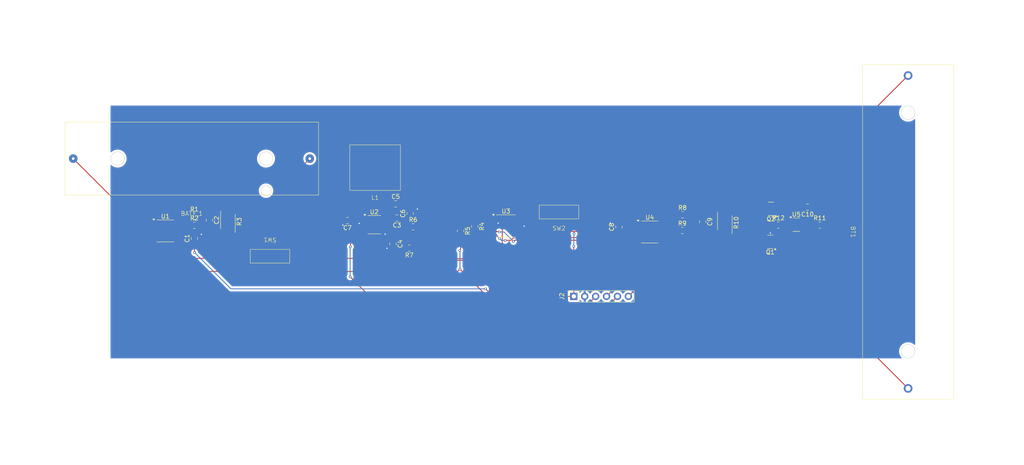
<source format=kicad_pcb>
(kicad_pcb (version 20241229) (generator "pcbnew") (generator_version "9.0")
  (layers (0 "F.Cu" signal) (2 "B.Cu" signal) (13 "F.Paste" user) (15 "B.Paste" user) (5 "F.SilkS" user "F.Silkscreen") (7 "B.SilkS" user "B.Silkscreen") (1 "F.Mask" user) (3 "B.Mask" user) (25 "Edge.Cuts" user))
  (net 0 "")
  (net 1 "+ALK")
  (net 2 "GND")
  (net 3 "LITH")
  (net 4 "Net-(BT1--)")
  (net 5 "V5+")
  (net 6 "Net-(C2-Pad1)")
  (net 7 "Net-(C2-Pad2)")
  (net 8 "Net-(SW1-B)")
  (net 9 "Net-(U2-AUX)")
  (net 10 "Net-(U2-LDO)")
  (net 11 "Net-(C9-Pad1)")
  (net 12 "Net-(C9-Pad2)")
  (net 13 "Net-(U5-VCC)")
  (net 14 "SDA")
  (net 15 "SHDN")
  (net 16 "SCL")
  (net 17 "Net-(U2-SWITCH)")
  (net 18 "Net-(Q1-D)")
  (net 19 "Net-(Q1-G)")
  (net 20 "Net-(Q2-G)")
  (net 21 "Net-(U1-IN+)")
  (net 22 "Net-(U1-IN-)")
  (net 23 "Net-(SW1-A)")
  (net 24 "Net-(U2-FB)")
  (net 25 "Net-(U4-IN+)")
  (net 26 "Net-(U4-IN-)")
  (net 27 "Net-(SW2-B)")
  (net 28 "Net-(U5-CS)")
  (net 29 "MPPC")
  (footprint "Capacitor_SMD:C_0805_2012Metric_Pad1.18x1.45mm_HandSolder" (layer "F.Cu") (at 618.8 392.6125 -90)
    (property "Reference" "C9" (at 0 -1.68 90) (layer "F.SilkS"))
    (property "Value" "0.1u")
    (pad "1" smd roundrect (at -1.0375 0 270) (size 1.175 1.45) (layers "F.Cu" "F.Mask" "F.Paste") (roundrect_rratio 0.212766) (net 11 "Net-(C9-Pad1)"))
    (pad "2" smd roundrect (at 1.0375 0 270) (size 1.175 1.45) (layers "F.Cu" "F.Mask" "F.Paste") (roundrect_rratio 0.212766) (net 12 "Net-(C9-Pad2)"))
  )
  (footprint "Joule Thief-Library:AA_Cell_Clip" (layer "F.Cu") (at 499.89 377.9)
    (property "Reference" "BATT_1" (at 0 12.8 0) (layer "F.SilkS") (effects (font (thickness 0.1))))
    (property "Value" "Alkaline AA")
    (fp_circle (center -17.27 0) (end -15.68 0) (stroke (width 0.1)) (fill no) (layer "Edge.Cuts"))
    (fp_circle (center 17.27 0) (end 18.86 0) (stroke (width 0.1)) (fill no) (layer "Edge.Cuts"))
    (fp_circle (center 17.27 7.47) (end 18.45 7.47) (stroke (width 0.1)) (fill no) (layer "Edge.Cuts"))
    (pad "1" thru_hole circle (at 27.46 0) (size 2 2) (drill 0.65) (layers "*.Cu" "*.Mask") (net 1 "+ALK"))
    (pad "2" thru_hole circle (at -27.6 0) (size 2 2) (drill 0.65) (layers "*.Cu" "*.Mask") (net 2 "GND"))
  )
  (footprint "Resistor_SMD:R_0805_2012Metric_Pad1.20x1.40mm_HandSolder" (layer "F.Cu") (at 562.45 394.75 -90)
    (property "Reference" "R5" (at 0 -1.65 90) (layer "F.SilkS"))
    (property "Value" "4.7k")
    (pad "1" smd roundrect (at -1 0 270) (size 1.2 1.4) (layers "F.Cu" "F.Mask" "F.Paste") (roundrect_rratio 0.208333) (net 5 "V5+"))
    (pad "2" smd roundrect (at 1 0 270) (size 1.2 1.4) (layers "F.Cu" "F.Mask" "F.Paste") (roundrect_rratio 0.208333) (net 14 "SDA"))
  )
  (footprint "Connector_PinSocket_2.54mm:PinSocket_1x06_P2.54mm_Vertical" (layer "F.Cu") (at 588.8 410 90)
    (property "Reference" "J2" (at 0 -2.77 90) (layer "F.SilkS"))
    (property "Value" "Conn_01x06_Socket")
    (pad "1" thru_hole rect (at 0 0 90) (size 1.7 1.7) (drill 1) (layers "*.Cu" "*.Mask") (net 5 "V5+"))
    (pad "2" thru_hole oval (at 0 2.54 90) (size 1.7 1.7) (drill 1) (layers "*.Cu" "*.Mask") (net 2 "GND"))
    (pad "3" thru_hole oval (at 0 5.08 90) (size 1.7 1.7) (drill 1) (layers "*.Cu" "*.Mask") (net 14 "SDA"))
    (pad "4" thru_hole oval (at 0 7.62 90) (size 1.7 1.7) (drill 1) (layers "*.Cu" "*.Mask") (net 16 "SCL"))
    (pad "5" thru_hole oval (at 0 10.16 90) (size 1.7 1.7) (drill 1) (layers "*.Cu" "*.Mask") (net 15 "SHDN"))
    (pad "6" thru_hole oval (at 0 12.7 90) (size 1.7 1.7) (drill 1) (layers "*.Cu" "*.Mask") (net 3 "LITH"))
  )
  (footprint "Resistor_SMD:R_0805_2012Metric_Pad1.20x1.40mm_HandSolder" (layer "F.Cu") (at 500.49 391.35)
    (property "Reference" "R1" (at 0 -1.65 0) (layer "F.SilkS"))
    (property "Value" "10")
    (pad "1" smd roundrect (at -1 0) (size 1.2 1.4) (layers "F.Cu" "F.Mask" "F.Paste") (roundrect_rratio 0.208333) (net 21 "Net-(U1-IN+)"))
    (pad "2" smd roundrect (at 1 0) (size 1.2 1.4) (layers "F.Cu" "F.Mask" "F.Paste") (roundrect_rratio 0.208333) (net 6 "Net-(C2-Pad1)"))
  )
  (footprint "Capacitor_SMD:C_0805_2012Metric_Pad1.18x1.45mm_HandSolder" (layer "F.Cu") (at 500.49 396.4875 90)
    (property "Reference" "C1" (at 0 -1.68 90) (layer "F.SilkS"))
    (property "Value" "0.1u")
    (pad "1" smd roundrect (at -1.0375 0 90) (size 1.175 1.45) (layers "F.Cu" "F.Mask" "F.Paste") (roundrect_rratio 0.212766) (net 5 "V5+"))
    (pad "2" smd roundrect (at 1.0375 0 90) (size 1.175 1.45) (layers "F.Cu" "F.Mask" "F.Paste") (roundrect_rratio 0.212766) (net 2 "GND"))
  )
  (footprint "Resistor_SMD:R_0805_2012Metric_Pad1.20x1.40mm_HandSolder" (layer "F.Cu") (at 636.4 393.4)
    (property "Reference" "R12" (at 0 -1.65 0) (layer "F.SilkS"))
    (property "Value" "1k")
    (pad "1" smd roundrect (at -1 0) (size 1.2 1.4) (layers "F.Cu" "F.Mask" "F.Paste") (roundrect_rratio 0.208333) (net 2 "GND"))
    (pad "2" smd roundrect (at 1 0) (size 1.2 1.4) (layers "F.Cu" "F.Mask" "F.Paste") (roundrect_rratio 0.208333) (net 28 "Net-(U5-CS)"))
  )
  (footprint "Resistor_SMD:R_Shunt_Vishay_WSK2512_6332Metric_T1.19mm" (layer "F.Cu") (at 623.95 392.85 -90)
    (property "Reference" "R10" (at 0 -2.65 90) (layer "F.SilkS"))
    (property "Value" "0.1R")
    (pad "1" smd roundrect (at -2.985 -0.635 270) (size 2.29 2.03) (layers "F.Cu" "F.Mask" "F.Paste") (roundrect_rratio 0.12) (net 27 "Net-(SW2-B)"))
    (pad "2" smd roundrect (at -3.43 1.27 270) (size 1.4 0.76) (layers "F.Cu" "F.Mask" "F.Paste") (roundrect_rratio 0.12) (net 11 "Net-(C9-Pad1)"))
    (pad "3" smd roundrect (at 3.43 -1.27 270) (size 1.4 0.76) (layers "F.Cu" "F.Mask" "F.Paste") (net 12 "Net-(C9-Pad2)"))
    (pad "4" smd roundrect (at 2.985 0.635 270) (size 2.29 2.03) (layers "F.Cu" "F.Mask" "F.Paste") (roundrect_rratio 0.12) (net 3 "LITH"))
  )
  (footprint "Package_TO_SOT_SMD:SOT-23" (layer "F.Cu") (at 634.5125 397.3 180)
    (property "Reference" "Q1" (at 0 -2.4 0) (layer "F.SilkS"))
    (property "Value" "AO3400A")
    (pad "1" smd roundrect (at -0.9375 -0.95 180) (size 1.475 0.6) (layers "F.Cu" "F.Mask" "F.Paste") (net 19 "Net-(Q1-G)"))
    (pad "2" smd roundrect (at -0.9375 0.95 180) (size 1.475 0.6) (layers "F.Cu" "F.Mask" "F.Paste") (net 2 "GND"))
    (pad "3" smd roundrect (at 0.9375 0 180) (size 1.475 0.6) (layers "F.Cu" "F.Mask" "F.Paste") (net 18 "Net-(Q1-D)"))
  )
  (footprint "Capacitor_SMD:C_0805_2012Metric_Pad1.18x1.45mm_HandSolder" (layer "F.Cu") (at 547.6375 391.75 180)
    (property "Reference" "C3" (at 0 -1.68 0) (layer "F.SilkS"))
    (property "Value" "100u")
    (pad "1" smd roundrect (at -1.0375 0 180) (size 1.175 1.45) (layers "F.Cu" "F.Mask" "F.Paste") (roundrect_rratio 0.212766) (net 2 "GND"))
    (pad "2" smd roundrect (at 1.0375 0 180) (size 1.175 1.45) (layers "F.Cu" "F.Mask" "F.Paste") (roundrect_rratio 0.212766) (net 5 "V5+"))
  )
  (footprint "Package_SO:MSOP-12_3x4.039mm_P0.65mm" (layer "F.Cu") (at 542.35 393.3)
    (property "Reference" "U2" (at 0 -2.97 0) (layer "F.SilkS"))
    (property "Value" "LTC3105xMS")
    (pad "1" smd roundrect (at -2.15 -1.625) (size 1.45 0.4) (layers "F.Cu" "F.Mask" "F.Paste") (net 24 "Net-(U2-FB)"))
    (pad "2" smd roundrect (at -2.15 -0.975) (size 1.45 0.4) (layers "F.Cu" "F.Mask" "F.Paste") (net 10 "Net-(U2-LDO)"))
    (pad "3" smd roundrect (at -2.15 -0.325) (size 1.45 0.4) (layers "F.Cu" "F.Mask" "F.Paste") (net 2 "GND"))
    (pad "4" smd roundrect (at -2.15 0.325) (size 1.45 0.4) (layers "F.Cu" "F.Mask" "F.Paste") (net 15 "SHDN"))
    (pad "5" smd roundrect (at -2.15 0.975) (size 1.45 0.4) (layers "F.Cu" "F.Mask" "F.Paste") (net 29 "MPPC"))
    (pad "6" smd roundrect (at -2.15 1.625) (size 1.45 0.4) (layers "F.Cu" "F.Mask" "F.Paste") (net 2 "GND"))
    (pad "7" smd roundrect (at 2.15 1.625) (size 1.45 0.4) (layers "F.Cu" "F.Mask" "F.Paste") (net 2 "GND"))
    (pad "8" smd roundrect (at 2.15 0.975) (size 1.45 0.4) (layers "F.Cu" "F.Mask" "F.Paste") (net 8 "Net-(SW1-B)"))
    (pad "9" smd roundrect (at 2.15 0.325) (size 1.45 0.4) (layers "F.Cu" "F.Mask" "F.Paste") (net 17 "Net-(U2-SWITCH)"))
    (pad "10" smd roundrect (at 2.15 -0.325) (size 1.45 0.4) (layers "F.Cu" "F.Mask" "F.Paste"))
    (pad "11" smd roundrect (at 2.15 -0.975) (size 1.45 0.4) (layers "F.Cu" "F.Mask" "F.Paste") (net 5 "V5+"))
    (pad "12" smd roundrect (at 2.15 -1.625) (size 1.45 0.4) (layers "F.Cu" "F.Mask" "F.Paste") (net 9 "Net-(U2-AUX)"))
  )
  (footprint "Capacitor_SMD:C_0805_2012Metric_Pad1.18x1.45mm_HandSolder" (layer "F.Cu") (at 643.1875 389.2 180)
    (property "Reference" "C10" (at 0 -1.68 0) (layer "F.SilkS"))
    (property "Value" "0.1u")
    (pad "1" smd roundrect (at -1.0375 0 180) (size 1.175 1.45) (layers "F.Cu" "F.Mask" "F.Paste") (roundrect_rratio 0.212766) (net 13 "Net-(U5-VCC)"))
    (pad "2" smd roundrect (at 1.0375 0 180) (size 1.175 1.45) (layers "F.Cu" "F.Mask" "F.Paste") (roundrect_rratio 0.212766) (net 4 "Net-(BT1--)"))
  )
  (footprint "Joule Thief-Library:SMD_DPST_Switch" (layer "F.Cu") (at 585.35 390.35)
    (property "Reference" "SW2" (at 0 3.8 0) (layer "F.SilkS") (effects (font (thickness 0.1))))
    (property "Value" "SW_SPST")
    (pad "1" smd roundrect (at -2 2 90) (size 1.5 0.6) (layers "F.Cu" "F.Mask" "F.Paste") (roundrect_rratio 0.15) (net 5 "V5+"))
    (pad "2" smd roundrect (at 0 2 90) (size 1.5 0.6) (layers "F.Cu" "F.Mask" "F.Paste") (roundrect_rratio 0.15) (net 27 "Net-(SW2-B)"))
    (pad "3" smd roundrect (at 2 2 90) (size 1.5 0.6) (layers "F.Cu" "F.Mask" "F.Paste") (roundrect_rratio 0.15))
    (pad "4" smd roundrect (at -2 -2 90) (size 1.5 0.6) (layers "F.Cu" "F.Mask" "F.Paste") (roundrect_rratio 0.15))
    (pad "5" smd roundrect (at 0 -2 90) (size 1.5 0.6) (layers "F.Cu" "F.Mask" "F.Paste") (roundrect_rratio 0.15))
    (pad "6" smd roundrect (at 2 -2 90) (size 1.5 0.6) (layers "F.Cu" "F.Mask" "F.Paste") (roundrect_rratio 0.15))
  )
  (footprint "Package_SO:TSSOP-14_4.4x5mm_P0.65mm" (layer "F.Cu") (at 573.005 393.61)
    (property "Reference" "U3" (at 0 -3.45 0) (layer "F.SilkS"))
    (property "Value" "AD5280")
    (pad "1" smd roundrect (at -2.8625 -1.95) (size 1.475 0.4) (layers "F.Cu" "F.Mask" "F.Paste") (net 29 "MPPC"))
    (pad "2" smd roundrect (at -2.8625 -1.3) (size 1.475 0.4) (layers "F.Cu" "F.Mask" "F.Paste") (net 29 "MPPC"))
    (pad "3" smd roundrect (at -2.8625 -0.65) (size 1.475 0.4) (layers "F.Cu" "F.Mask" "F.Paste") (net 2 "GND"))
    (pad "4" smd roundrect (at -2.8625 0) (size 1.475 0.4) (layers "F.Cu" "F.Mask" "F.Paste") (net 5 "V5+"))
    (pad "5" smd roundrect (at -2.8625 0.65) (size 1.475 0.4) (layers "F.Cu" "F.Mask" "F.Paste"))
    (pad "6" smd roundrect (at -2.8625 1.3) (size 1.475 0.4) (layers "F.Cu" "F.Mask" "F.Paste") (net 16 "SCL"))
    (pad "7" smd roundrect (at -2.8625 1.95) (size 1.475 0.4) (layers "F.Cu" "F.Mask" "F.Paste") (net 14 "SDA"))
    (pad "8" smd roundrect (at 2.8625 1.95) (size 1.475 0.4) (layers "F.Cu" "F.Mask" "F.Paste") (net 2 "GND"))
    (pad "9" smd roundrect (at 2.8625 1.3) (size 1.475 0.4) (layers "F.Cu" "F.Mask" "F.Paste") (net 2 "GND"))
    (pad "10" smd roundrect (at 2.8625 0.65) (size 1.475 0.4) (layers "F.Cu" "F.Mask" "F.Paste") (net 2 "GND"))
    (pad "11" smd roundrect (at 2.8625 0) (size 1.475 0.4) (layers "F.Cu" "F.Mask" "F.Paste") (net 2 "GND"))
    (pad "12" smd roundrect (at 2.8625 -0.65) (size 1.475 0.4) (layers "F.Cu" "F.Mask" "F.Paste"))
    (pad "13" smd roundrect (at 2.8625 -1.3) (size 1.475 0.4) (layers "F.Cu" "F.Mask" "F.Paste") (net 5 "V5+"))
    (pad "14" smd roundrect (at 2.8625 -1.95) (size 1.475 0.4) (layers "F.Cu" "F.Mask" "F.Paste"))
  )
  (footprint "Package_TO_SOT_SMD:SOT-23" (layer "F.Cu") (at 634.6875 389.6 180)
    (property "Reference" "Q2" (at 0 -2.4 0) (layer "F.SilkS"))
    (property "Value" "AO3400A")
    (pad "1" smd roundrect (at -0.9375 -0.95 180) (size 1.475 0.6) (layers "F.Cu" "F.Mask" "F.Paste") (net 20 "Net-(Q2-G)"))
    (pad "2" smd roundrect (at -0.9375 0.95 180) (size 1.475 0.6) (layers "F.Cu" "F.Mask" "F.Paste") (net 4 "Net-(BT1--)"))
    (pad "3" smd roundrect (at 0.9375 0 180) (size 1.475 0.6) (layers "F.Cu" "F.Mask" "F.Paste") (net 18 "Net-(Q1-D)"))
  )
  (footprint "Capacitor_SMD:C_0805_2012Metric_Pad1.18x1.45mm_HandSolder" (layer "F.Cu") (at 536.1125 392.35 180)
    (property "Reference" "C7" (at 0 -1.68 0) (layer "F.SilkS"))
    (property "Value" "4.7u")
    (pad "1" smd roundrect (at -1.0375 0 180) (size 1.175 1.45) (layers "F.Cu" "F.Mask" "F.Paste") (roundrect_rratio 0.212766) (net 10 "Net-(U2-LDO)"))
    (pad "2" smd roundrect (at 1.0375 0 180) (size 1.175 1.45) (layers "F.Cu" "F.Mask" "F.Paste") (roundrect_rratio 0.212766) (net 2 "GND"))
  )
  (footprint "Resistor_SMD:R_0805_2012Metric_Pad1.20x1.40mm_HandSolder" (layer "F.Cu") (at 614.1 391)
    (property "Reference" "R8" (at 0 -1.65 0) (layer "F.SilkS"))
    (property "Value" "10")
    (pad "1" smd roundrect (at -1 0) (size 1.2 1.4) (layers "F.Cu" "F.Mask" "F.Paste") (roundrect_rratio 0.208333) (net 25 "Net-(U4-IN+)"))
    (pad "2" smd roundrect (at 1 0) (size 1.2 1.4) (layers "F.Cu" "F.Mask" "F.Paste") (roundrect_rratio 0.208333) (net 11 "Net-(C9-Pad1)"))
  )
  (footprint "Capacitor_SMD:C_0805_2012Metric_Pad1.18x1.45mm_HandSolder" (layer "F.Cu") (at 547.3375 388.45)
    (property "Reference" "C5" (at 0 -1.68 0) (layer "F.SilkS"))
    (property "Value" "1u")
    (pad "1" smd roundrect (at -1.0375 0) (size 1.175 1.45) (layers "F.Cu" "F.Mask" "F.Paste") (roundrect_rratio 0.212766) (net 9 "Net-(U2-AUX)"))
    (pad "2" smd roundrect (at 1.0375 0) (size 1.175 1.45) (layers "F.Cu" "F.Mask" "F.Paste") (roundrect_rratio 0.212766) (net 2 "GND"))
  )
  (footprint "Package_SO:SOIC-8_3.9x4.9mm_P1.27mm" (layer "F.Cu") (at 606.4725 395.005)
    (property "Reference" "U4" (at 0 -3.4 0) (layer "F.SilkS"))
    (property "Value" "INA219AxD")
    (pad "1" smd roundrect (at -2.475 -1.905) (size 1.95 0.6) (layers "F.Cu" "F.Mask" "F.Paste") (net 2 "GND"))
    (pad "2" smd roundrect (at -2.475 -0.635) (size 1.95 0.6) (layers "F.Cu" "F.Mask" "F.Paste") (net 5 "V5+"))
    (pad "3" smd roundrect (at -2.475 0.635) (size 1.95 0.6) (layers "F.Cu" "F.Mask" "F.Paste") (net 14 "SDA"))
    (pad "4" smd roundrect (at -2.475 1.905) (size 1.95 0.6) (layers "F.Cu" "F.Mask" "F.Paste") (net 16 "SCL"))
    (pad "5" smd roundrect (at 2.475 1.905) (size 1.95 0.6) (layers "F.Cu" "F.Mask" "F.Paste") (net 5 "V5+"))
    (pad "6" smd roundrect (at 2.475 0.635) (size 1.95 0.6) (layers "F.Cu" "F.Mask" "F.Paste") (net 2 "GND"))
    (pad "7" smd roundrect (at 2.475 -0.635) (size 1.95 0.6) (layers "F.Cu" "F.Mask" "F.Paste") (net 26 "Net-(U4-IN-)"))
    (pad "8" smd roundrect (at 2.475 -1.905) (size 1.95 0.6) (layers "F.Cu" "F.Mask" "F.Paste") (net 25 "Net-(U4-IN+)"))
  )
  (footprint "Resistor_SMD:R_0805_2012Metric_Pad1.20x1.40mm_HandSolder" (layer "F.Cu") (at 646.05 393.4)
    (property "Reference" "R11" (at 0 -1.65 0) (layer "F.SilkS"))
    (property "Value" "100")
    (pad "1" smd roundrect (at -1 0) (size 1.2 1.4) (layers "F.Cu" "F.Mask" "F.Paste") (roundrect_rratio 0.208333) (net 13 "Net-(U5-VCC)"))
    (pad "2" smd roundrect (at 1 0) (size 1.2 1.4) (layers "F.Cu" "F.Mask" "F.Paste") (roundrect_rratio 0.208333) (net 3 "LITH"))
  )
  (footprint "Joule Thief-Library:SMD_DPST_Switch" (layer "F.Cu") (at 518.09 400.65 180)
    (property "Reference" "SW1" (at 0 3.8 180) (layer "F.SilkS") (effects (font (thickness 0.1))))
    (property "Value" "SW_SPST")
    (pad "1" smd roundrect (at -2 2 270) (size 1.5 0.6) (layers "F.Cu" "F.Mask" "F.Paste") (roundrect_rratio 0.15) (net 23 "Net-(SW1-A)"))
    (pad "2" smd roundrect (at 0 2 270) (size 1.5 0.6) (layers "F.Cu" "F.Mask" "F.Paste") (roundrect_rratio 0.15) (net 8 "Net-(SW1-B)"))
    (pad "3" smd roundrect (at 2 2 270) (size 1.5 0.6) (layers "F.Cu" "F.Mask" "F.Paste") (roundrect_rratio 0.15))
    (pad "4" smd roundrect (at -2 -2 270) (size 1.5 0.6) (layers "F.Cu" "F.Mask" "F.Paste") (roundrect_rratio 0.15))
    (pad "5" smd roundrect (at 0 -2 270) (size 1.5 0.6) (layers "F.Cu" "F.Mask" "F.Paste") (roundrect_rratio 0.15))
    (pad "6" smd roundrect (at 2 -2 270) (size 1.5 0.6) (layers "F.Cu" "F.Mask" "F.Paste") (roundrect_rratio 0.15))
  )
  (footprint "Joule Thief-Library:Power_Inductor_101040" (layer "F.Cu") (at 542.55 380)
    (property "Reference" "L1" (at 0 7 0) (layer "F.SilkS") (effects (font (thickness 0.1))))
    (property "Value" "10u")
    (pad "1" smd roundrect (at -4.75 0 90) (size 3.5 4) (layers "F.Cu" "F.Mask" "F.Paste") (roundrect_rratio 0.15) (net 8 "Net-(SW1-B)"))
    (pad "2" smd roundrect (at 4.75 0 90) (size 3.5 4) (layers "F.Cu" "F.Mask" "F.Paste") (roundrect_rratio 0.15) (net 17 "Net-(U2-SWITCH)"))
  )
  (footprint "Resistor_SMD:R_0805_2012Metric_Pad1.20x1.40mm_HandSolder" (layer "F.Cu") (at 565.75 393.7 -90)
    (property "Reference" "R4" (at 0 -1.65 90) (layer "F.SilkS"))
    (property "Value" "4.7k")
    (pad "1" smd roundrect (at -1 0 270) (size 1.2 1.4) (layers "F.Cu" "F.Mask" "F.Paste") (roundrect_rratio 0.208333) (net 5 "V5+"))
    (pad "2" smd roundrect (at 1 0 270) (size 1.2 1.4) (layers "F.Cu" "F.Mask" "F.Paste") (roundrect_rratio 0.208333) (net 16 "SCL"))
  )
  (footprint "Resistor_SMD:R_0805_2012Metric_Pad1.20x1.40mm_HandSolder" (layer "F.Cu") (at 614.05 394.65)
    (property "Reference" "R9" (at 0 -1.65 0) (layer "F.SilkS"))
    (property "Value" "10")
    (pad "1" smd roundrect (at -1 0) (size 1.2 1.4) (layers "F.Cu" "F.Mask" "F.Paste") (roundrect_rratio 0.208333) (net 26 "Net-(U4-IN-)"))
    (pad "2" smd roundrect (at 1 0) (size 1.2 1.4) (layers "F.Cu" "F.Mask" "F.Paste") (roundrect_rratio 0.208333) (net 12 "Net-(C9-Pad2)"))
  )
  (footprint "Capacitor_SMD:C_0805_2012Metric_Pad1.18x1.45mm_HandSolder" (layer "F.Cu") (at 503.99 392.2625 -90)
    (property "Reference" "C2" (at 0 -1.68 90) (layer "F.SilkS"))
    (property "Value" "0.1u")
    (pad "1" smd roundrect (at -1.0375 0 270) (size 1.175 1.45) (layers "F.Cu" "F.Mask" "F.Paste") (roundrect_rratio 0.212766) (net 6 "Net-(C2-Pad1)"))
    (pad "2" smd roundrect (at 1.0375 0 270) (size 1.175 1.45) (layers "F.Cu" "F.Mask" "F.Paste") (roundrect_rratio 0.212766) (net 7 "Net-(C2-Pad2)"))
  )
  (footprint "Package_TO_SOT_SMD:SOT-23-6" (layer "F.Cu") (at 640.6 393.3)
    (property "Reference" "U5" (at 0 -2.4 0) (layer "F.SilkS"))
    (property "Value" "DW01A")
    (pad "1" smd roundrect (at -1.1375 -0.95) (size 1.325 0.6) (layers "F.Cu" "F.Mask" "F.Paste") (net 20 "Net-(Q2-G)"))
    (pad "2" smd roundrect (at -1.1375 0) (size 1.325 0.6) (layers "F.Cu" "F.Mask" "F.Paste") (net 28 "Net-(U5-CS)"))
    (pad "3" smd roundrect (at -1.1375 0.95) (size 1.325 0.6) (layers "F.Cu" "F.Mask" "F.Paste") (net 19 "Net-(Q1-G)"))
    (pad "4" smd roundrect (at 1.1375 0.95) (size 1.325 0.6) (layers "F.Cu" "F.Mask" "F.Paste"))
    (pad "5" smd roundrect (at 1.1375 0) (size 1.325 0.6) (layers "F.Cu" "F.Mask" "F.Paste") (net 13 "Net-(U5-VCC)"))
    (pad "6" smd roundrect (at 1.1375 -0.95) (size 1.325 0.6) (layers "F.Cu" "F.Mask" "F.Paste") (net 4 "Net-(BT1--)"))
  )
  (footprint "Capacitor_SMD:C_0805_2012Metric_Pad1.18x1.45mm_HandSolder" (layer "F.Cu") (at 599.3 393.8375 90)
    (property "Reference" "C8" (at 0 -1.68 90) (layer "F.SilkS"))
    (property "Value" "0.1u")
    (pad "1" smd roundrect (at -1.0375 0 90) (size 1.175 1.45) (layers "F.Cu" "F.Mask" "F.Paste") (roundrect_rratio 0.212766) (net 5 "V5+"))
    (pad "2" smd roundrect (at 1.0375 0 90) (size 1.175 1.45) (layers "F.Cu" "F.Mask" "F.Paste") (roundrect_rratio 0.212766) (net 2 "GND"))
  )
  (footprint "Capacitor_SMD:C_0805_2012Metric_Pad1.18x1.45mm_HandSolder" (layer "F.Cu") (at 550.7 390.7 90)
    (property "Reference" "C6" (at 0 -1.68 90) (layer "F.SilkS"))
    (property "Value" "0.1u")
    (pad "1" smd roundrect (at -1.0375 0 90) (size 1.175 1.45) (layers "F.Cu" "F.Mask" "F.Paste") (roundrect_rratio 0.212766) (net 5 "V5+"))
    (pad "2" smd roundrect (at 1.0375 0 90) (size 1.175 1.45) (layers "F.Cu" "F.Mask" "F.Paste") (roundrect_rratio 0.212766) (net 2 "GND"))
  )
  (footprint "Package_SO:SOIC-8_3.9x4.9mm_P1.27mm" (layer "F.Cu") (at 493.74 394.75)
    (property "Reference" "U1" (at 0 -3.4 0) (layer "F.SilkS"))
    (property "Value" "INA219AxD")
    (pad "1" smd roundrect (at -2.475 -1.905) (size 1.95 0.6) (layers "F.Cu" "F.Mask" "F.Paste") (net 2 "GND"))
    (pad "2" smd roundrect (at -2.475 -0.635) (size 1.95 0.6) (layers "F.Cu" "F.Mask" "F.Paste") (net 2 "GND"))
    (pad "3" smd roundrect (at -2.475 0.635) (size 1.95 0.6) (layers "F.Cu" "F.Mask" "F.Paste") (net 14 "SDA"))
    (pad "4" smd roundrect (at -2.475 1.905) (size 1.95 0.6) (layers "F.Cu" "F.Mask" "F.Paste") (net 16 "SCL"))
    (pad "5" smd roundrect (at 2.475 1.905) (size 1.95 0.6) (layers "F.Cu" "F.Mask" "F.Paste") (net 5 "V5+"))
    (pad "6" smd roundrect (at 2.475 0.635) (size 1.95 0.6) (layers "F.Cu" "F.Mask" "F.Paste") (net 2 "GND"))
    (pad "7" smd roundrect (at 2.475 -0.635) (size 1.95 0.6) (layers "F.Cu" "F.Mask" "F.Paste") (net 22 "Net-(U1-IN-)"))
    (pad "8" smd roundrect (at 2.475 -1.905) (size 1.95 0.6) (layers "F.Cu" "F.Mask" "F.Paste") (net 21 "Net-(U1-IN+)"))
  )
  (footprint "Resistor_SMD:R_Shunt_Vishay_WSK2512_6332Metric_T1.19mm" (layer "F.Cu") (at 508.29 392.6 -90)
    (property "Reference" "R3" (at 0 -2.65 90) (layer "F.SilkS"))
    (property "Value" "0.1R")
    (pad "1" smd roundrect (at -2.985 -0.635 270) (size 2.29 2.03) (layers "F.Cu" "F.Mask" "F.Paste") (roundrect_rratio 0.12) (net 1 "+ALK"))
    (pad "2" smd roundrect (at -3.43 1.27 270) (size 1.4 0.76) (layers "F.Cu" "F.Mask" "F.Paste") (roundrect_rratio 0.12) (net 6 "Net-(C2-Pad1)"))
    (pad "3" smd roundrect (at 3.43 -1.27 270) (size 1.4 0.76) (layers "F.Cu" "F.Mask" "F.Paste") (net 7 "Net-(C2-Pad2)"))
    (pad "4" smd roundrect (at 2.985 0.635 270) (size 2.29 2.03) (layers "F.Cu" "F.Mask" "F.Paste") (roundrect_rratio 0.12) (net 23 "Net-(SW1-A)"))
  )
  (footprint "Capacitor_SMD:C_0805_2012Metric_Pad1.18x1.45mm_HandSolder" (layer "F.Cu") (at 546.7 397.7625 -90)
    (property "Reference" "C4" (at 0 -1.68 90) (layer "F.SilkS"))
    (property "Value" "10u")
    (pad "1" smd roundrect (at -1.0375 0 270) (size 1.175 1.45) (layers "F.Cu" "F.Mask" "F.Paste") (roundrect_rratio 0.212766) (net 8 "Net-(SW1-B)"))
    (pad "2" smd roundrect (at 1.0375 0 270) (size 1.175 1.45) (layers "F.Cu" "F.Mask" "F.Paste") (roundrect_rratio 0.212766) (net 2 "GND"))
  )
  (footprint "Resistor_SMD:R_0805_2012Metric_Pad1.20x1.40mm_HandSolder" (layer "F.Cu") (at 550.5 398.75 180)
    (property "Reference" "R7" (at 0 -1.65 0) (layer "F.SilkS"))
    (property "Value" "220k")
    (pad "1" smd roundrect (at -1 0 180) (size 1.2 1.4) (layers "F.Cu" "F.Mask" "F.Paste") (roundrect_rratio 0.208333) (net 24 "Net-(U2-FB)"))
    (pad "2" smd roundrect (at 1 0 180) (size 1.2 1.4) (layers "F.Cu" "F.Mask" "F.Paste") (roundrect_rratio 0.208333) (net 2 "GND"))
  )
  (footprint "Joule Thief-Library:18650_Cell_Clip" (layer "F.Cu") (at 666.6 395 -90)
    (property "Reference" "BT1" (at 0 12.8 270) (layer "F.SilkS") (effects (font (thickness 0.1))))
    (property "Value" "Battery_Cell")
    (fp_circle (center -27.8 0) (end -26.2 0) (stroke (width 0.1)) (fill no) (layer "Edge.Cuts"))
    (fp_circle (center 27.8 0) (end 29.4 0) (stroke (width 0.1)) (fill no) (layer "Edge.Cuts"))
    (pad "1" thru_hole circle (at 36.45 0 270) (size 2 2) (drill 1.2) (layers "*.Cu" "*.Mask") (net 3 "LITH"))
    (pad "2" thru_hole circle (at -36.45 0 270) (size 2 2) (drill 1.2) (layers "*.Cu" "*.Mask") (net 4 "Net-(BT1--)"))
  )
  (footprint "Resistor_SMD:R_0805_2012Metric_Pad1.20x1.40mm_HandSolder" (layer "F.Cu") (at 500.49 393.45)
    (property "Reference" "R2" (at 0 -1.65 0) (layer "F.SilkS"))
    (property "Value" "10")
    (pad "1" smd roundrect (at -1 0) (size 1.2 1.4) (layers "F.Cu" "F.Mask" "F.Paste") (roundrect_rratio 0.208333) (net 22 "Net-(U1-IN-)"))
    (pad "2" smd roundrect (at 1 0) (size 1.2 1.4) (layers "F.Cu" "F.Mask" "F.Paste") (roundrect_rratio 0.208333) (net 7 "Net-(C2-Pad2)"))
  )
  (footprint "Resistor_SMD:R_0805_2012Metric_Pad1.20x1.40mm_HandSolder" (layer "F.Cu") (at 551.4 393.8)
    (property "Reference" "R6" (at 0 -1.65 0) (layer "F.SilkS"))
    (property "Value" "910k")
    (pad "1" smd roundrect (at -1 0) (size 1.2 1.4) (layers "F.Cu" "F.Mask" "F.Paste") (roundrect_rratio 0.208333) (net 5 "V5+"))
    (pad "2" smd roundrect (at 1 0) (size 1.2 1.4) (layers "F.Cu" "F.Mask" "F.Paste") (roundrect_rratio 0.208333) (net 24 "Net-(U2-FB)"))
  )
  (segment (start 515.635 389.615) (end 508.925 389.615) (width 0.2) (layer "F.Cu") (net 1))
  (segment (start 527.35 377.9) (end 515.635 389.615) (width 0.2) (layer "F.Cu") (net 1))
  (segment (start 550.7 389.6625) (end 552.3875 389.6625) (width 0.2) (layer "F.Cu") (net 2))
  (segment (start 491.265 392.845) (end 487.235 392.845) (width 0.2) (layer "F.Cu") (net 2))
  (segment (start 570.1425 392.96) (end 571.19 392.96) (width 0.2) (layer "F.Cu") (net 2))
  (segment (start 599.3 392.8) (end 603.697501 392.800001) (width 0.2) (layer "F.Cu") (net 2))
  (segment (start 571.19 392.96) (end 571.2 392.95) (width 0.2) (layer "F.Cu") (net 2))
  (segment (start 548.675 391.6875) (end 550.7 389.6625) (width 0.2) (layer "F.Cu") (net 2))
  (segment (start 606.060532 393.1) (end 608.600532 395.64) (width 0.2) (layer "F.Cu") (net 2))
  (segment (start 575.8675 394.91) (end 575.8675 395.56) (width 0.2) (layer "F.Cu") (net 2))
  (segment (start 500.49 395.45) (end 502 395.45) (width 0.2) (layer "F.Cu") (net 2))
  (segment (start 549.4875 388.45) (end 550.7 389.6625) (width 0.2) (layer "F.Cu") (net 2))
  (segment (start 546.7 398.8) (end 549.45 398.8) (width 0.2) (layer "F.Cu") (net 2))
  (segment (start 491.265 394.115) (end 492.239999 394.115) (width 0.2) (layer "F.Cu") (net 2))
  (segment (start 502 395.45) (end 502.1 395.55) (width 0.2) (layer "F.Cu") (net 2))
  (segment (start 575.8675 394.26) (end 575.8675 394.91) (width 0.2) (layer "F.Cu") (net 2))
  (segment (start 535.075 393.375) (end 535.05 393.4) (width 0.2) (layer "F.Cu") (net 2))
  (segment (start 493.509999 395.385) (end 496.215 395.385) (width 0.2) (layer "F.Cu") (net 2))
  (segment (start 608.600532 395.64) (end 608.9475 395.64) (width 0.2) (layer "F.Cu") (net 2))
  (segment (start 552.3875 389.6625) (end 552.4 389.65) (width 0.2) (layer "F.Cu") (net 2))
  (segment (start 549.45 398.8) (end 549.5 398.75) (width 0.2) (layer "F.Cu") (net 2))
  (segment (start 538.875 392.975) (end 538.85 393) (width 0.2) (layer "F.Cu") (net 2))
  (segment (start 575.8675 393.61) (end 575.8675 394.26) (width 0.2) (layer "F.Cu") (net 2))
  (segment (start 544.5 394.925) (end 544.5 395.1) (width 0.2) (layer "F.Cu") (net 2))
  (segment (start 599.2 392.9) (end 597.3 392.9) (width 0.2) (layer "F.Cu") (net 2))
  (segment (start 496.215 395.385) (end 500.425 395.385) (width 0.2) (layer "F.Cu") (net 2))
  (segment (start 577.21 393.61) (end 577.25 393.65) (width 0.2) (layer "F.Cu") (net 2))
  (segment (start 491.265 392.845) (end 491.265 394.115) (width 0.2) (layer "F.Cu") (net 2))
  (segment (start 603.9975 393.1) (end 606.060532 393.1) (width 0.2) (layer "F.Cu") (net 2))
  (segment (start 635.45 396.35) (end 635.45 393.45) (width 0.2) (layer "F.Cu") (net 2))
  (segment (start 635.45 393.45) (end 635.4 393.4) (width 0.2) (layer "F.Cu") (net 2))
  (segment (start 492.239999 394.115) (end 493.509999 395.385) (width 0.2) (layer "F.Cu") (net 2))
  (segment (start 535.075 392.35) (end 535.075 393.375) (width 0.2) (layer "F.Cu") (net 2))
  (segment (start 603.697501 392.800001) (end 603.9975 393.1) (width 0.2) (layer "F.Cu") (net 2))
  (segment (start 542.125 394.925) (end 540.2 394.925) (width 0.2) (layer "F.Cu") (net 2))
  (segment (start 599.3 392.8) (end 599.2 392.9) (width 0.2) (layer "F.Cu") (net 2))
  (segment (start 546.7 398.8) (end 545.3 398.8) (width 0.2) (layer "F.Cu") (net 2))
  (segment (start 546.7 398.8) (end 546 398.8) (width 0.2) (layer "F.Cu") (net 2))
  (segment (start 635.45 396.35) (end 635.45 396.15) (width 0.2) (layer "F.Cu") (net 2))
  (segment (start 548.675 391.75) (end 548.675 391.6875) (width 0.2) (layer "F.Cu") (net 2))
  (segment (start 546 398.8) (end 542.125 394.925) (width 0.2) (layer "F.Cu") (net 2))
  (segment (start 548.375 388.45) (end 549.4875 388.45) (width 0.2) (layer "F.Cu") (net 2))
  (segment (start 487.235 392.845) (end 472.29 377.9) (width 0.2) (layer "F.Cu") (net 2))
  (segment (start 540.2 392.975) (end 538.875 392.975) (width 0.2) (layer "F.Cu") (net 2))
  (segment (start 544.5 395.1) (end 544.9 395.5) (width 0.2) (layer "F.Cu") (net 2))
  (segment (start 575.8675 393.61) (end 577.21 393.61) (width 0.2) (layer "F.Cu") (net 2))
  (segment (start 500.425 395.385) (end 500.49 395.45) (width 0.2) (layer "F.Cu") (net 2))
  (segment (start 635.45 396.15) (end 634.55 395.25) (width 0.2) (layer "F.Cu") (net 2))
  (via (at 535.05 393.4) (size 0.6) (drill 0.3) (layers "F.Cu" "B.Cu") (net 2))
  (via (at 545.3 398.8) (size 0.6) (drill 0.3) (layers "F.Cu" "B.Cu") (net 2))
  (via (at 571.2 392.95) (size 0.6) (drill 0.3) (layers "F.Cu" "B.Cu") (net 2))
  (via (at 544.9 395.5) (size 0.6) (drill 0.3) (layers "F.Cu" "B.Cu") (net 2))
  (via (at 597.3 392.9) (size 0.6) (drill 0.3) (layers "F.Cu" "B.Cu") (net 2))
  (via (at 577.25 393.65) (size 0.6) (drill 0.3) (layers "F.Cu" "B.Cu") (net 2))
  (via (at 538.85 393) (size 0.6) (drill 0.3) (layers "F.Cu" "B.Cu") (net 2))
  (via (at 502.1 395.55) (size 0.6) (drill 0.3) (layers "F.Cu" "B.Cu") (net 2))
  (via (at 634.55 395.25) (size 0.6) (drill 0.3) (layers "F.Cu" "B.Cu") (net 2))
  (via (at 552.4 389.65) (size 0.6) (drill 0.3) (layers "F.Cu" "B.Cu") (net 2))
  (segment (start 647.05 393.4) (end 647.05 402.3) (width 0.2) (layer "F.Cu") (net 3))
  (segment (start 647.05 402.3) (end 647.05 411.9) (width 0.2) (layer "F.Cu") (net 3))
  (segment (start 629.78 402.3) (end 647.05 402.3) (width 0.2) (layer "F.Cu") (net 3))
  (segment (start 605 406.5) (end 618.85 406.5) (width 0.2) (layer "F.Cu") (net 3))
  (segment (start 623.315 402.035) (end 623.315 395.835) (width 0.2) (layer "F.Cu") (net 3))
  (segment (start 647.05 411.9) (end 666.6 431.45) (width 0.2) (layer "F.Cu") (net 3))
  (segment (start 623.315 395.835) (end 629.78 402.3) (width 0.2) (layer "F.Cu") (net 3))
  (segment (start 601.5 410) (end 605 406.5) (width 0.2) (layer "F.Cu") (net 3))
  (segment (start 618.85 406.5) (end 623.315 402.035) (width 0.2) (layer "F.Cu") (net 3))
  (segment (start 638.5875 389.2) (end 638.09375 388.70625) (width 0.2) (layer "F.Cu") (net 4))
  (segment (start 642.15 389.2) (end 642.15 383) (width 0.2) (layer "F.Cu") (net 4))
  (segment (start 638.0375 388.65) (end 638.09375 388.70625) (width 0.2) (layer "F.Cu") (net 4))
  (segment (start 642.15 389.2) (end 638.5875 389.2) (width 0.2) (layer "F.Cu") (net 4))
  (segment (start 642.15 383) (end 666.6 358.55) (width 0.2) (layer "F.Cu") (net 4))
  (segment (start 638.09375 388.70625) (end 641.7375 392.35) (width 0.2) (layer "F.Cu") (net 4))
  (segment (start 635.625 388.65) (end 638.0375 388.65) (width 0.2) (layer "F.Cu") (net 4))
  (segment (start 588.8 410) (end 588.8 398.35) (width 0.2) (layer "F.Cu") (net 5))
  (segment (start 550.7 391.7375) (end 560.4375 391.7375) (width 0.2) (layer "F.Cu") (net 5))
  (segment (start 588.8 410) (end 570 410) (width 0.2) (layer "F.Cu") (net 5))
  (segment (start 578.5 392.31) (end 578.5 391.3) (width 0.2) (layer "F.Cu") (net 5))
  (segment (start 544.5 392.325) (end 546.025 392.325) (width 0.2) (layer "F.Cu") (net 5))
  (segment (start 550.4 393.8) (end 550.4 392.0375) (width 0.2) (layer "F.Cu") (net 5))
  (segment (start 605.682468 394.37) (end 608.222468 396.91) (width 0.2) (layer "F.Cu") (net 5))
  (segment (start 499.62 396.655) (end 500.49 397.525) (width 0.2) (layer "F.Cu") (net 5))
  (segment (start 588.85 394.875) (end 599.3 394.875) (width 0.2) (layer "F.Cu") (net 5))
  (segment (start 550.4 393.8) (end 548.65 393.8) (width 0.2) (layer "F.Cu") (net 5))
  (segment (start 564.7 393.75) (end 565.75 392.7) (width 0.2) (layer "F.Cu") (net 5))
  (segment (start 575.21013 392.31) (end 575.8675 392.31) (width 0.2) (layer "F.Cu") (net 5))
  (segment (start 578.5 392.31) (end 583.31 392.31) (width 0.2) (layer "F.Cu") (net 5))
  (segment (start 599.805 394.37) (end 599.3 394.875) (width 0.2) (layer "F.Cu") (net 5))
  (segment (start 570 410) (end 568.25 408.25) (width 0.2) (layer "F.Cu") (net 5))
  (segment (start 583.31 392.31) (end 583.35 392.35) (width 0.2) (layer "F.Cu") (net 5))
  (segment (start 568.4 390.05) (end 565.75 392.7) (width 0.2) (layer "F.Cu") (net 5))
  (segment (start 603.9975 394.37) (end 605.682468 394.37) (width 0.2) (layer "F.Cu") (net 5))
  (segment (start 500.55 399.8) (end 500.49 399.74) (width 0.2) (layer "F.Cu") (net 5))
  (segment (start 603.9975 394.37) (end 599.805 394.37) (width 0.2) (layer "F.Cu") (net 5))
  (segment (start 578.5 391.3) (end 577.25 390.05) (width 0.2) (layer "F.Cu") (net 5))
  (segment (start 577.25 390.05) (end 568.4 390.05) (width 0.2) (layer "F.Cu") (net 5))
  (segment (start 550.4 392.0375) (end 550.7 391.7375) (width 0.2) (layer "F.Cu") (net 5))
  (segment (start 546.025 392.325) (end 546.6 391.75) (width 0.2) (layer "F.Cu") (net 5))
  (segment (start 583.35 392.35) (end 585.875 394.875) (width 0.2) (layer "F.Cu") (net 5))
  (segment (start 500.49 399.74) (end 500.49 397.525) (width 0.2) (layer "F.Cu") (net 5))
  (segment (start 566.66 393.61) (end 570.1425 393.61) (width 0.2) (layer "F.Cu") (net 5))
  (segment (start 496.215 396.655) (end 499.62 396.655) (width 0.2) (layer "F.Cu") (net 5))
  (segment (start 588.85 395.4) (end 588.85 394.875) (width 0.2) (layer "F.Cu") (net 5))
  (segment (start 562.45 393.75) (end 564.7 393.75) (width 0.2) (layer "F.Cu") (net 5))
  (segment (start 565.75 392.7) (end 566.66 393.61) (width 0.2) (layer "F.Cu") (net 5))
  (segment (start 575.8675 392.31) (end 578.5 392.31) (width 0.2) (layer "F.Cu") (net 5))
  (segment (start 608.222468 396.91) (end 608.9475 396.91) (width 0.2) (layer "F.Cu") (net 5))
  (segment (start 548.65 393.8) (end 546.6 391.75) (width 0.2) (layer "F.Cu") (net 5))
  (segment (start 560.4375 391.7375) (end 562.45 393.75) (width 0.2) (layer "F.Cu") (net 5))
  (segment (start 585.875 394.875) (end 588.85 394.875) (width 0.2) (layer "F.Cu") (net 5))
  (via (at 588.8 398.35) (size 0.6) (drill 0.3) (layers "F.Cu" "B.Cu") (net 5))
  (via (at 588.85 395.4) (size 0.6) (drill 0.3) (layers "F.Cu" "B.Cu") (net 5))
  (via (at 500.55 399.8) (size 0.6) (drill 0.3) (layers "F.Cu" "B.Cu") (net 5))
  (via (at 568.25 408.25) (size 0.6) (drill 0.3) (layers "F.Cu" "B.Cu") (net 5))
  (segment (start 588.8 398.35) (end 588.8 395.45) (width 0.2) (layer "B.Cu") (net 5))
  (segment (start 509 408.25) (end 500.55 399.8) (width 0.2) (layer "B.Cu") (net 5))
  (segment (start 568.25 408.25) (end 509 408.25) (width 0.2) (layer "B.Cu") (net 5))
  (segment (start 588.8 395.45) (end 588.85 395.4) (width 0.2) (layer "B.Cu") (net 5))
  (segment (start 503.99 391.225) (end 504.965 391.225) (width 0.2) (layer "F.Cu") (net 6))
  (segment (start 503.865 391.35) (end 503.99 391.225) (width 0.2) (layer "F.Cu") (net 6))
  (segment (start 504.965 391.225) (end 507.02 389.17) (width 0.2) (layer "F.Cu") (net 6))
  (segment (start 501.49 391.35) (end 503.865 391.35) (width 0.2) (layer "F.Cu") (net 6))
  (segment (start 503.84 393.45) (end 503.99 393.3) (width 0.2) (layer "F.Cu") (net 7))
  (segment (start 503.99 393.3) (end 507.81973 393.3) (width 0.2) (layer "F.Cu") (net 7))
  (segment (start 507.81973 393.3) (end 509.56 395.04027) (width 0.2) (layer "F.Cu") (net 7))
  (segment (start 501.49 393.45) (end 503.84 393.45) (width 0.2) (layer "F.Cu") (net 7))
  (segment (start 509.56 395.04027) (end 509.56 396.03) (width 0.2) (layer "F.Cu") (net 7))
  (segment (start 536.74 380) (end 537.8 380) (width 0.2) (layer "F.Cu") (net 8))
  (segment (start 546.7 395.750001) (end 546.7 396.725) (width 0.2) (layer "F.Cu") (net 8))
  (segment (start 537.8 382.95) (end 543.049 388.199) (width 0.2) (layer "F.Cu") (net 8))
  (segment (start 537.8 380) (end 537.8 382.95) (width 0.2) (layer "F.Cu") (net 8))
  (segment (start 543.049 388.199) (end 543.049 393.46887) (width 0.2) (layer "F.Cu") (net 8))
  (segment (start 518.09 398.65) (end 536.74 380) (width 0.2) (layer "F.Cu") (net 8))
  (segment (start 545.224999 394.275) (end 546.7 395.750001) (width 0.2) (layer "F.Cu") (net 8))
  (segment (start 543.85513 394.275) (end 544.5 394.275) (width 0.2) (layer "F.Cu") (net 8))
  (segment (start 544.5 394.275) (end 545.224999 394.275) (width 0.2) (layer "F.Cu") (net 8))
  (segment (start 543.049 393.46887) (end 543.85513 394.275) (width 0.2) (layer "F.Cu") (net 8))
  (segment (start 546.3 389.875) (end 546.3 388.45) (width 0.2) (layer "F.Cu") (net 9))
  (segment (start 544.5 391.675) (end 546.3 389.875) (width 0.2) (layer "F.Cu") (net 9))
  (segment (start 537.15 392.35) (end 540.175 392.35) (width 0.2) (layer "F.Cu") (net 10))
  (segment (start 540.175 392.35) (end 540.2 392.325) (width 0.2) (layer "F.Cu") (net 10))
  (segment (start 615.675 391.575) (end 615.1 391) (width 0.2) (layer "F.Cu") (net 11))
  (segment (start 618.8 391.575) (end 615.675 391.575) (width 0.2) (layer "F.Cu") (net 11))
  (segment (start 618.8 391.575) (end 620.525 391.575) (width 0.2) (layer "F.Cu") (net 11))
  (segment (start 620.525 391.575) (end 622.68 389.42) (width 0.2) (layer "F.Cu") (net 11))
  (segment (start 617.8 394.65) (end 618.8 393.65) (width 0.2) (layer "F.Cu") (net 12))
  (segment (start 618.8 393.65) (end 623.57973 393.65) (width 0.2) (layer "F.Cu") (net 12))
  (segment (start 623.57973 393.65) (end 625.22 395.29027) (width 0.2) (layer "F.Cu") (net 12))
  (segment (start 615.05 394.65) (end 617.8 394.65) (width 0.2) (layer "F.Cu") (net 12))
  (segment (start 625.22 395.29027) (end 625.22 396.28) (width 0.2) (layer "F.Cu") (net 12))
  (segment (start 641.7375 393.3) (end 644.95 393.3) (width 0.2) (layer "F.Cu") (net 13))
  (segment (start 644.95 393.3) (end 645.05 393.4) (width 0.2) (layer "F.Cu") (net 13))
  (segment (start 644.225 392.575) (end 645.05 393.4) (width 0.2) (layer "F.Cu") (net 13))
  (segment (start 644.225 389.2) (end 644.225 392.575) (width 0.2) (layer "F.Cu") (net 13))
  (segment (start 590.88 413) (end 571.65 413) (width 0.2) (layer "F.Cu") (net 14))
  (segment (start 603.3285 396.309) (end 603.9975 395.64) (width 0.2) (layer "F.Cu") (net 14))
  (segment (start 562.45 395.75) (end 569.9525 395.75) (width 0.2) (layer "F.Cu") (net 14))
  (segment (start 593.88 410) (end 590.88 413) (width 0.2) (layer "F.Cu") (net 14))
  (segment (start 492.45 404.2) (end 561.75 404.2) (width 0.2) (layer "F.Cu") (net 14))
  (segment (start 574.149 396.951057) (end 574.791057 396.309) (width 0.2) (layer "F.Cu") (net 14))
  (segment (start 562.45 399.1) (end 562.45 395.75) (width 0.2) (layer "F.Cu") (net 14))
  (segment (start 572.851057 396.951057) (end 574.149 396.951057) (width 0.2) (layer "F.Cu") (net 14))
  (segment (start 561.75 404.2) (end 562.3 403.65) (width 0.2) (layer "F.Cu") (net 14))
  (segment (start 490.290001 395.385) (end 489.989 395.686001) (width 0.2) (layer "F.Cu") (net 14))
  (segment (start 572.85 396.95) (end 572.851057 396.951057) (width 0.2) (layer "F.Cu") (net 14))
  (segment (start 570.1425 395.56) (end 570.56 395.56) (width 0.2) (layer "F.Cu") (net 14))
  (segment (start 489.989 401.739) (end 492.45 404.2) (width 0.2) (layer "F.Cu") (net 14))
  (segment (start 570.56 395.56) (end 571.5 396.5) (width 0.2) (layer "F.Cu") (net 14))
  (segment (start 569.9525 395.75) (end 570.1425 395.56) (width 0.2) (layer "F.Cu") (net 14))
  (segment (start 571.65 413) (end 562.3 403.65) (width 0.2) (layer "F.Cu") (net 14))
  (segment (start 562.25 399.3) (end 562.45 399.1) (width 0.2) (layer "F.Cu") (net 14))
  (segment (start 491.265 395.385) (end 490.290001 395.385) (width 0.2) (layer "F.Cu") (net 14))
  (segment (start 489.989 395.686001) (end 489.989 401.739) (width 0.2) (layer "F.Cu") (net 14))
  (segment (start 574.791057 396.309) (end 603.3285 396.309) (width 0.2) (layer "F.Cu") (net 14))
  (via (at 562.25 399.3) (size 0.6) (drill 0.3) (layers "F.Cu" "B.Cu") (net 14))
  (via (at 571.5 396.5) (size 0.6) (drill 0.3) (layers "F.Cu" "B.Cu") (net 14))
  (via (at 562.3 403.65) (size 0.6) (drill 0.3) (layers "F.Cu" "B.Cu") (net 14))
  (via (at 572.85 396.95) (size 0.6) (drill 0.3) (layers "F.Cu" "B.Cu") (net 14))
  (segment (start 562.3 399.35) (end 562.25 399.3) (width 0.2) (layer "B.Cu") (net 14))
  (segment (start 571.95 396.95) (end 571.5 396.5) (width 0.2) (layer "B.Cu") (net 14))
  (segment (start 562.3 403.65) (end 562.3 399.35) (width 0.2) (layer "B.Cu") (net 14))
  (segment (start 572.85 396.95) (end 571.95 396.95) (width 0.2) (layer "B.Cu") (net 14))
  (segment (start 539.525 393.625) (end 540.2 393.625) (width 0.2) (layer "F.Cu") (net 15))
  (segment (start 536.75 405.45) (end 545.75 414.45) (width 0.2) (layer "F.Cu") (net 15))
  (segment (start 536.851 405.349) (end 536.75 405.45) (width 0.2) (layer "F.Cu") (net 15))
  (segment (start 536.8 396.35) (end 539.525 393.625) (width 0.2) (layer "F.Cu") (net 15))
  (segment (start 596.5 412.46) (end 598.96 410) (width 0.2) (layer "F.Cu") (net 15))
  (segment (start 545.75 414.45) (end 596.5 414.45) (width 0.2) (layer "F.Cu") (net 15))
  (segment (start 596.5 414.45) (end 596.5 412.46) (width 0.2) (layer "F.Cu") (net 15))
  (segment (start 536.8 398.45) (end 536.8 396.35) (width 0.2) (layer "F.Cu") (net 15))
  (via (at 536.75 405.45) (size 0.6) (drill 0.3) (layers "F.Cu" "B.Cu") (net 15))
  (via (at 536.8 398.45) (size 0.6) (drill 0.3) (layers "F.Cu" "B.Cu") (net 15))
  (segment (start 536.75 405.45) (end 536.75 398.5) (width 0.2) (layer "B.Cu") (net 15))
  (segment (start 536.75 398.5) (end 536.8 398.45) (width 0.2) (layer "B.Cu") (net 15))
  (segment (start 574.75 397.2) (end 575.04 396.91) (width 0.2) (layer "F.Cu") (net 16))
  (segment (start 575.609 401.601) (end 580.3 396.91) (width 0.2) (layer "F.Cu") (net 16))
  (segment (start 495.761 401.151) (end 540.2339 401.151) (width 0.2) (layer "F.Cu") (net 16))
  (segment (start 575.04 396.91) (end 580.3 396.91) (width 0.2) (layer "F.Cu") (net 16))
  (segment (start 540.2339 401.151) (end 540.6839 401.601) (width 0.2) (layer "F.Cu") (net 16))
  (segment (start 580.3 396.91) (end 603.9975 396.91) (width 0.2) (layer "F.Cu") (net 16))
  (segment (start 596.42 410) (end 603.9975 402.4225) (width 0.2) (layer "F.Cu") (net 16))
  (segment (start 570.1425 394.91) (end 571.36 394.91) (width 0.2) (layer "F.Cu") (net 16))
  (segment (start 491.265 396.655) (end 495.761 401.151) (width 0.2) (layer "F.Cu") (net 16))
  (segment (start 603.9975 402.4225) (end 603.9975 396.91) (width 0.2) (layer "F.Cu") (net 16))
  (segment (start 540.6839 401.601) (end 575.609 401.601) (width 0.2) (layer "F.Cu") (net 16))
  (segment (start 565.96 394.91) (end 570.1425 394.91) (width 0.2) (layer "F.Cu") (net 16))
  (segment (start 565.75 394.7) (end 565.96 394.91) (width 0.2) (layer "F.Cu") (net 16))
  (segment (start 571.36 394.91) (end 571.45 395) (width 0.2) (layer "F.Cu") (net 16))
  (via (at 574.75 397.2) (size 0.6) (drill 0.3) (layers "F.Cu" "B.Cu") (net 16))
  (via (at 571.45 395) (size 0.6) (drill 0.3) (layers "F.Cu" "B.Cu") (net 16))
  (segment (start 571.45 395) (end 572.55 395) (width 0.2) (layer "B.Cu") (net 16))
  (segment (start 572.55 395) (end 574.75 397.2) (width 0.2) (layer "B.Cu") (net 16))
  (segment (start 543.775001 393.625) (end 544.5 393.625) (width 0.2) (layer "F.Cu") (net 17))
  (segment (start 547.3 382.35) (end 543.45 386.2) (width 0.2) (layer "F.Cu") (net 17))
  (segment (start 547.3 380) (end 547.3 382.35) (width 0.2) (layer "F.Cu") (net 17))
  (segment (start 543.45 386.2) (end 543.45 393.299999) (width 0.2) (layer "F.Cu") (net 17))
  (segment (start 543.45 393.299999) (end 543.775001 393.625) (width 0.2) (layer "F.Cu") (net 17))
  (segment (start 633.45 389.9) (end 633.75 389.6) (width 0.2) (layer "F.Cu") (net 18))
  (segment (start 633.45 397.3) (end 633.45 389.9) (width 0.2) (layer "F.Cu") (net 18))
  (segment (start 633.575 397.3) (end 633.45 397.3) (width 0.2) (layer "F.Cu") (net 18))
  (segment (start 635.45 398.25) (end 639.45 394.25) (width 0.2) (layer "F.Cu") (net 19))
  (segment (start 639.45 394.25) (end 639.4625 394.25) (width 0.2) (layer "F.Cu") (net 19))
  (segment (start 637.6625 390.55) (end 639.4625 392.35) (width 0.2) (layer "F.Cu") (net 20))
  (segment (start 635.625 390.55) (end 637.6625 390.55) (width 0.2) (layer "F.Cu") (net 20))
  (segment (start 497.995 392.845) (end 499.49 391.35) (width 0.2) (layer "F.Cu") (net 21))
  (segment (start 496.215 392.845) (end 497.995 392.845) (width 0.2) (layer "F.Cu") (net 21))
  (segment (start 498.825 394.115) (end 499.49 393.45) (width 0.2) (layer "F.Cu") (net 22))
  (segment (start 496.215 394.115) (end 498.825 394.115) (width 0.2) (layer "F.Cu") (net 22))
  (segment (start 507.655 399.815) (end 507.655 395.585) (width 0.2) (layer "F.Cu") (net 23))
  (segment (start 508.64 400.7) (end 508.59 400.75) (width 0.2) (layer "F.Cu") (net 23))
  (segment (start 520.09 399.6) (end 518.99 400.7) (width 0.2) (layer "F.Cu") (net 23))
  (segment (start 520.09 398.65) (end 520.09 399.6) (width 0.2) (layer "F.Cu") (net 23))
  (segment (start 518.99 400.7) (end 508.64 400.7) (width 0.2) (layer "F.Cu") (net 23))
  (segment (start 508.59 400.75) (end 507.655 399.815) (width 0.2) (layer "F.Cu") (net 23))
  (segment (start 549.85 396.35) (end 548.5865 397.6135) (width 0.2) (layer "F.Cu") (net 24))
  (segment (start 540.924999 391.675) (end 540.2 391.675) (width 0.2) (layer "F.Cu") (net 24))
  (segment (start 552.4 393.8) (end 549.85 396.35) (width 0.2) (layer "F.Cu") (net 24))
  (segment (start 545.89363 397.6135) (end 541.226 392.94587) (width 0.2) (layer "F.Cu") (net 24))
  (segment (start 541.226 392.94587) (end 541.226 391.976001) (width 0.2) (layer "F.Cu") (net 24))
  (segment (start 548.5865 397.6135) (end 545.89363 397.6135) (width 0.2) (layer "F.Cu") (net 24))
  (segment (start 551.5 398) (end 549.85 396.35) (width 0.2) (layer "F.Cu") (net 24))
  (segment (start 541.226 391.976001) (end 540.924999 391.675) (width 0.2) (layer "F.Cu") (net 24))
  (segment (start 551.5 398.75) (end 551.5 398) (width 0.2) (layer "F.Cu") (net 24))
  (segment (start 611 393.1) (end 613.1 391) (width 0.2) (layer "F.Cu") (net 25))
  (segment (start 608.9475 393.1) (end 611 393.1) (width 0.2) (layer "F.Cu") (net 25))
  (segment (start 612.77 394.37) (end 613.05 394.65) (width 0.2) (layer "F.Cu") (net 26))
  (segment (start 608.9475 394.37) (end 612.77 394.37) (width 0.2) (layer "F.Cu") (net 26))
  (segment (start 585.35 392.35) (end 590.4 387.3) (width 0.2) (layer "F.Cu") (net 27))
  (segment (start 622.85 387.3) (end 624.585 389.035) (width 0.2) (layer "F.Cu") (net 27))
  (segment (start 590.4 387.3) (end 622.85 387.3) (width 0.2) (layer "F.Cu") (net 27))
  (segment (start 624.585 389.035) (end 624.585 389.865) (width 0.2) (layer "F.Cu") (net 27))
  (segment (start 637.4 393.4) (end 637.5 393.3) (width 0.2) (layer "F.Cu") (net 28))
  (segment (start 637.5 393.3) (end 639.4625 393.3) (width 0.2) (layer "F.Cu") (net 28))
  (segment (start 572.15 392.85) (end 572.15 398.15) (width 0.2) (layer "F.Cu") (net 29))
  (segment (start 538.25 398.6) (end 538.25 395.500001) (width 0.2) (layer "F.Cu") (net 29))
  (segment (start 570.1425 392.31) (end 571.61 392.31) (width 0.2) (layer "F.Cu") (net 29))
  (segment (start 539.475001 394.275) (end 540.2 394.275) (width 0.2) (layer "F.Cu") (net 29))
  (segment (start 572.15 398.15) (end 569.1 401.2) (width 0.2) (layer "F.Cu") (net 29))
  (segment (start 540.85 401.2) (end 538.25 398.6) (width 0.2) (layer "F.Cu") (net 29))
  (segment (start 569.1 401.2) (end 540.85 401.2) (width 0.2) (layer "F.Cu") (net 29))
  (segment (start 570.1425 392.31) (end 570.1425 391.66) (width 0.2) (layer "F.Cu") (net 29))
  (segment (start 571.61 392.31) (end 572.15 392.85) (width 0.2) (layer "F.Cu") (net 29))
  (segment (start 538.25 395.500001) (end 539.475001 394.275) (width 0.2) (layer "F.Cu") (net 29))
  (zone (net 2) (net_name "GND") (layer "B.Cu") (connect_pads (clearance 0.5)) (min_thickness 0.25) (fill yes (thermal_gap 0.5) (thermal_bridge_width 0.5))
    (polygon (pts (xy 651.2 449.35) (xy 459.65 440.5) (xy 455.25 340.95) (xy 693.6 347.65) (xy 677.05 449.1)))
  )
)
</source>
